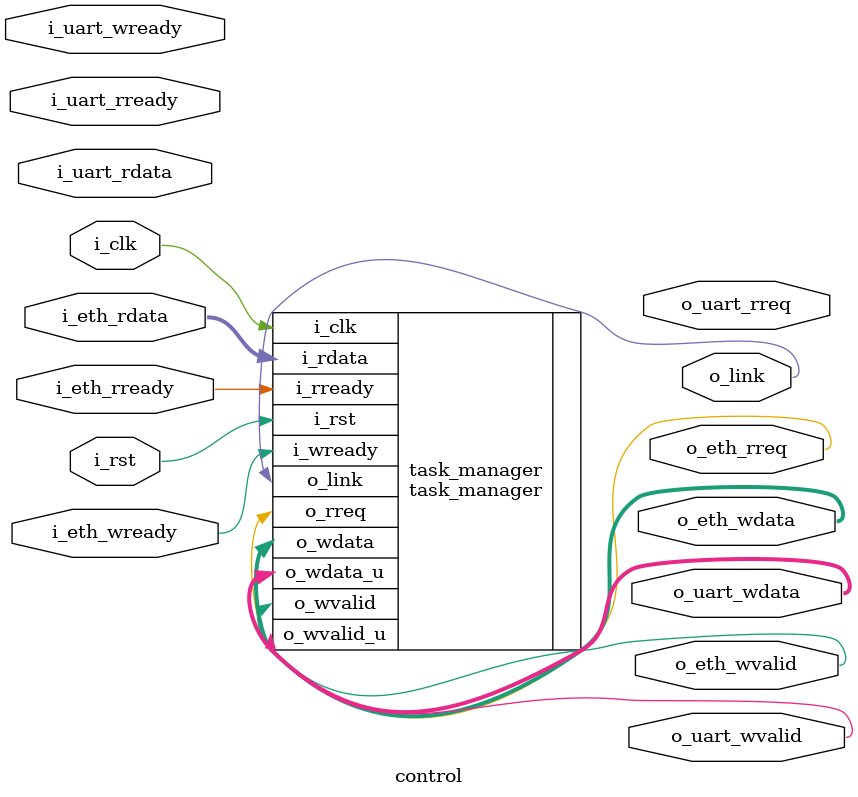
<source format=v>
`timescale 1ns/1ns

module control(
  //  sys
  input           i_clk, i_rst,
  output          o_link,
  //  eth
  input   [7:0]   i_eth_rdata,
  input           i_eth_rready,
  output          o_eth_rreq,
  output  [7:0]   o_eth_wdata,
  input           i_eth_wready,
  output          o_eth_wvalid,
  //  uart rx
  input   [7:0]   i_uart_rdata,
  input           i_uart_rready,
  output          o_uart_rreq,
  //  uart tx
  output  [7:0]   o_uart_wdata,
  input           i_uart_wready,
  output          o_uart_wvalid
);

task_manager task_manager(
  //  sys
  .i_clk    (i_clk),
  .i_rst    (i_rst),
  .o_link   (o_link),
  //  eth
  .i_rdata  (i_eth_rdata),
  .i_rready (i_eth_rready),
  .o_rreq   (o_eth_rreq),
  .o_wdata  (o_eth_wdata),
  .i_wready (i_eth_wready),
  .o_wvalid (o_eth_wvalid),

  .o_wdata_u  (o_uart_wdata),
  .o_wvalid_u (o_uart_wvalid)
);

// debug_port debug_port(
//   //  sys
//   .i_clk    (i_clk),
//   .i_rst    (i_rst),
//   //  uart rx
//   .i_rdata  (i_uart_rdata),
//   .i_rready (i_uart_rready),
//   .o_rreq   (o_uart_rreq),
//   //  uart tx
//   .i_wready (1),
//   .o_wdata  (o_uart_wdata),
//   .o_wvalid (o_uart_wvalid)
// );

endmodule

</source>
